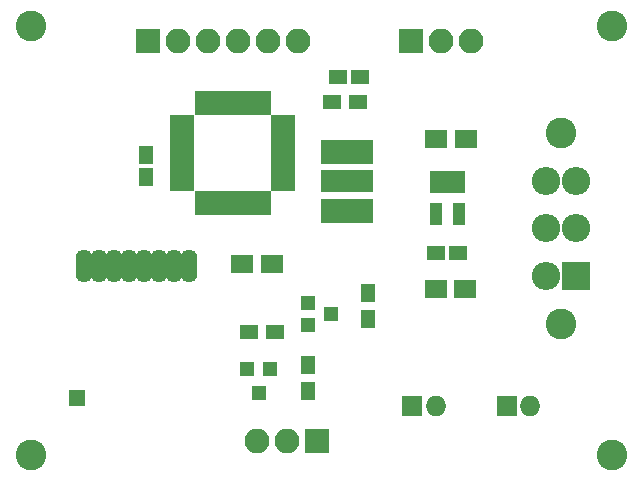
<source format=gbs>
G04 #@! TF.FileFunction,Soldermask,Bot*
%FSLAX46Y46*%
G04 Gerber Fmt 4.6, Leading zero omitted, Abs format (unit mm)*
G04 Created by KiCad (PCBNEW 4.0.4-stable) date Thursday, September 28, 2017 'AMt' 07:06:15 AM*
%MOMM*%
%LPD*%
G01*
G04 APERTURE LIST*
%ADD10C,0.100000*%
%ADD11C,2.600000*%
%ADD12R,1.300000X1.200000*%
%ADD13R,1.200000X1.300000*%
%ADD14R,1.300000X1.600000*%
%ADD15R,1.600000X1.300000*%
%ADD16R,1.150000X1.600000*%
%ADD17R,2.100000X2.100000*%
%ADD18O,2.100000X2.100000*%
%ADD19R,2.000000X0.950000*%
%ADD20R,0.950000X2.000000*%
%ADD21R,1.050000X1.960000*%
%ADD22O,1.400000X2.800000*%
%ADD23R,1.400000X1.400000*%
%ADD24R,1.900000X1.650000*%
%ADD25R,1.600000X1.150000*%
%ADD26R,4.400000X2.100000*%
%ADD27R,4.400000X1.900000*%
%ADD28R,1.750000X1.750000*%
%ADD29O,1.750000X1.750000*%
%ADD30R,2.400000X2.400000*%
%ADD31O,2.400000X2.400000*%
G04 APERTURE END LIST*
D10*
D11*
X139300000Y-131000000D03*
X139300000Y-94700000D03*
X90100000Y-131000000D03*
D12*
X113547501Y-120002403D03*
X113547501Y-118102403D03*
X115547501Y-119052403D03*
D13*
X108445502Y-123699405D03*
X110345502Y-123699405D03*
X109395502Y-125699405D03*
D14*
X113600000Y-123400000D03*
X113600000Y-125600000D03*
D15*
X108566501Y-120610403D03*
X110766501Y-120610403D03*
D14*
X118666502Y-117310405D03*
X118666502Y-119510405D03*
D15*
X115600000Y-101100000D03*
X117800000Y-101100000D03*
D16*
X99900000Y-107450000D03*
X99900000Y-105550000D03*
D17*
X114380000Y-129800000D03*
D18*
X111840000Y-129800000D03*
X109300000Y-129800000D03*
D19*
X111450000Y-102600000D03*
X111450000Y-103400000D03*
X111450000Y-104200000D03*
X111450000Y-105000000D03*
X111450000Y-105800000D03*
X111450000Y-106600000D03*
X111450000Y-107400000D03*
X111450000Y-108200000D03*
D20*
X110000000Y-109650000D03*
X109200000Y-109650000D03*
X108400000Y-109650000D03*
X107600000Y-109650000D03*
X106800000Y-109650000D03*
X106000000Y-109650000D03*
X105200000Y-109650000D03*
X104400000Y-109650000D03*
D19*
X102950000Y-108200000D03*
X102950000Y-107400000D03*
X102950000Y-106600000D03*
X102950000Y-105800000D03*
X102950000Y-105000000D03*
X102950000Y-104200000D03*
X102950000Y-103400000D03*
X102950000Y-102600000D03*
D20*
X104400000Y-101150000D03*
X105200000Y-101150000D03*
X106000000Y-101150000D03*
X106800000Y-101150000D03*
X107600000Y-101150000D03*
X108400000Y-101150000D03*
X109200000Y-101150000D03*
X110000000Y-101150000D03*
D21*
X124450000Y-107850000D03*
X125400000Y-107850000D03*
X126350000Y-107850000D03*
X126350000Y-110550000D03*
X124450000Y-110550000D03*
D22*
X98465000Y-114970000D03*
X99735000Y-114970000D03*
X97195000Y-114970000D03*
X101005000Y-114970000D03*
X102275000Y-114970000D03*
X95925000Y-114970000D03*
X103545000Y-114970000D03*
X94655000Y-114970000D03*
D23*
X94000000Y-126170000D03*
D24*
X124450000Y-104200000D03*
X126950000Y-104200000D03*
X107999999Y-114800000D03*
X110499999Y-114800000D03*
D25*
X124400000Y-113900000D03*
X126300000Y-113900000D03*
D24*
X124399999Y-116900000D03*
X126899999Y-116900000D03*
D25*
X118000000Y-99000000D03*
X116100000Y-99000000D03*
D17*
X100000000Y-95900000D03*
D18*
X102540000Y-95900000D03*
X105080000Y-95900000D03*
X107620000Y-95900000D03*
X110160000Y-95900000D03*
X112700000Y-95900000D03*
D17*
X122300000Y-95900000D03*
D18*
X124840000Y-95900000D03*
X127380000Y-95900000D03*
D26*
X116900000Y-110300000D03*
D27*
X116900000Y-107800000D03*
D26*
X116900000Y-105300000D03*
D11*
X90100000Y-94700000D03*
D28*
X122400000Y-126800000D03*
D29*
X124400000Y-126800000D03*
D28*
X130400000Y-126800000D03*
D29*
X132400000Y-126800000D03*
D30*
X136250000Y-115800000D03*
D31*
X136250000Y-111800000D03*
X136250000Y-107800000D03*
X133750000Y-115800000D03*
X133750000Y-111800000D03*
X133750000Y-107800000D03*
D11*
X135000000Y-119900000D03*
X135000000Y-119900000D03*
X135000000Y-103700000D03*
M02*

</source>
